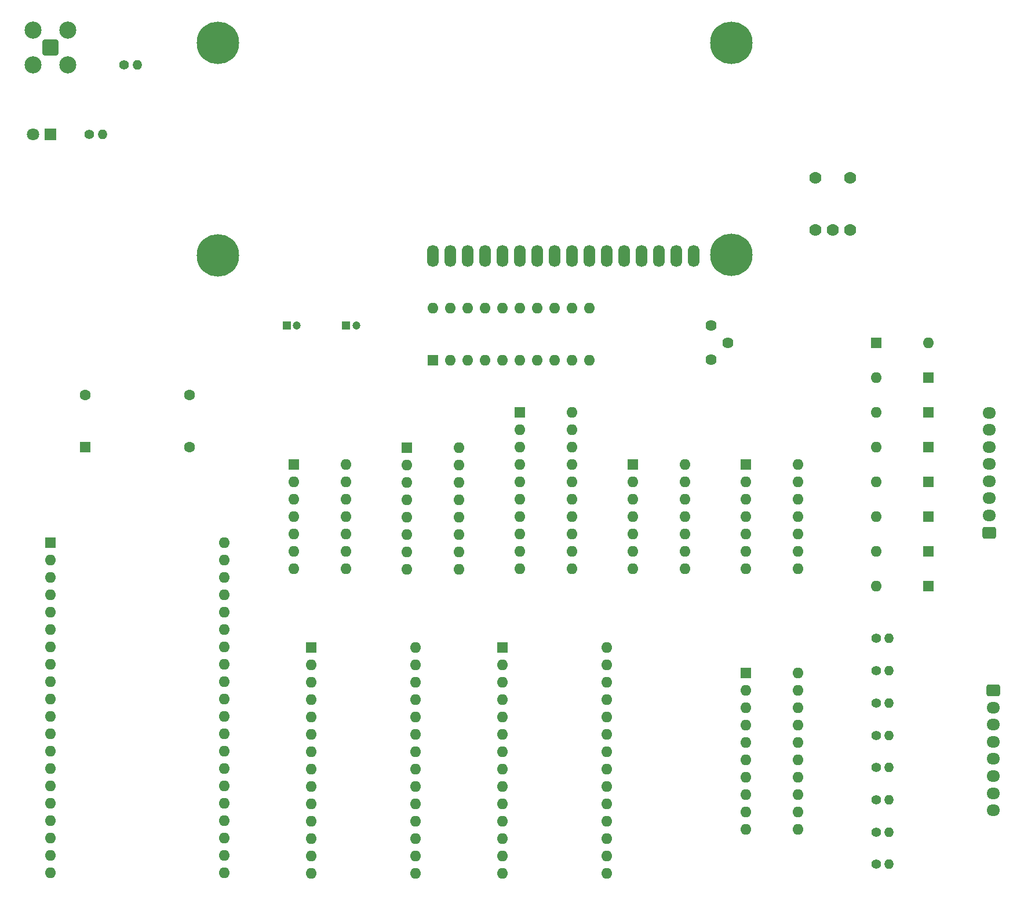
<source format=gbr>
%TF.GenerationSoftware,KiCad,Pcbnew,7.0.8*%
%TF.CreationDate,2023-11-04T10:41:29+00:00*%
%TF.ProjectId,Z80Computer,5a383043-6f6d-4707-9574-65722e6b6963,rev?*%
%TF.SameCoordinates,Original*%
%TF.FileFunction,Soldermask,Bot*%
%TF.FilePolarity,Negative*%
%FSLAX46Y46*%
G04 Gerber Fmt 4.6, Leading zero omitted, Abs format (unit mm)*
G04 Created by KiCad (PCBNEW 7.0.8) date 2023-11-04 10:41:29*
%MOMM*%
%LPD*%
G01*
G04 APERTURE LIST*
G04 Aperture macros list*
%AMRoundRect*
0 Rectangle with rounded corners*
0 $1 Rounding radius*
0 $2 $3 $4 $5 $6 $7 $8 $9 X,Y pos of 4 corners*
0 Add a 4 corners polygon primitive as box body*
4,1,4,$2,$3,$4,$5,$6,$7,$8,$9,$2,$3,0*
0 Add four circle primitives for the rounded corners*
1,1,$1+$1,$2,$3*
1,1,$1+$1,$4,$5*
1,1,$1+$1,$6,$7*
1,1,$1+$1,$8,$9*
0 Add four rect primitives between the rounded corners*
20,1,$1+$1,$2,$3,$4,$5,0*
20,1,$1+$1,$4,$5,$6,$7,0*
20,1,$1+$1,$6,$7,$8,$9,0*
20,1,$1+$1,$8,$9,$2,$3,0*%
G04 Aperture macros list end*
%ADD10R,1.600000X1.600000*%
%ADD11O,1.600000X1.600000*%
%ADD12C,1.620000*%
%ADD13C,1.400000*%
%ADD14O,1.400000X1.400000*%
%ADD15C,6.204000*%
%ADD16O,1.712000X3.220000*%
%ADD17RoundRect,0.200100X-0.949900X-0.949900X0.949900X-0.949900X0.949900X0.949900X-0.949900X0.949900X0*%
%ADD18C,2.500000*%
%ADD19C,1.778000*%
%ADD20C,1.600000*%
%ADD21RoundRect,0.250000X0.725000X-0.600000X0.725000X0.600000X-0.725000X0.600000X-0.725000X-0.600000X0*%
%ADD22O,1.950000X1.700000*%
%ADD23R,1.200000X1.200000*%
%ADD24C,1.200000*%
%ADD25R,1.800000X1.800000*%
%ADD26C,1.800000*%
%ADD27RoundRect,0.250000X-0.725000X0.600000X-0.725000X-0.600000X0.725000X-0.600000X0.725000X0.600000X0*%
G04 APERTURE END LIST*
D10*
%TO.C,U7*%
X157480000Y-99040000D03*
D11*
X157480000Y-101580000D03*
X157480000Y-104120000D03*
X157480000Y-106660000D03*
X157480000Y-109200000D03*
X157480000Y-111740000D03*
X157480000Y-114280000D03*
X165100000Y-114280000D03*
X165100000Y-111740000D03*
X165100000Y-109200000D03*
X165100000Y-106660000D03*
X165100000Y-104120000D03*
X165100000Y-101580000D03*
X165100000Y-99040000D03*
%TD*%
D10*
%TO.C,IC2_EEPROM1*%
X93980000Y-125745000D03*
D11*
X93980000Y-128285000D03*
X93980000Y-130825000D03*
X93980000Y-133365000D03*
X93980000Y-135905000D03*
X93980000Y-138445000D03*
X93980000Y-140985000D03*
X93980000Y-143525000D03*
X93980000Y-146065000D03*
X93980000Y-148605000D03*
X93980000Y-151145000D03*
X93980000Y-153685000D03*
X93980000Y-156225000D03*
X93980000Y-158765000D03*
X109220000Y-158765000D03*
X109220000Y-156225000D03*
X109220000Y-153685000D03*
X109220000Y-151145000D03*
X109220000Y-148605000D03*
X109220000Y-146065000D03*
X109220000Y-143525000D03*
X109220000Y-140985000D03*
X109220000Y-138445000D03*
X109220000Y-135905000D03*
X109220000Y-133365000D03*
X109220000Y-130825000D03*
X109220000Y-128285000D03*
X109220000Y-125745000D03*
%TD*%
D12*
%TO.C,RV1*%
X152400000Y-78740000D03*
X154900000Y-81240000D03*
X152400000Y-83740000D03*
%TD*%
D13*
%TO.C,R2*%
X176530000Y-157480000D03*
D14*
X178430000Y-157480000D03*
%TD*%
D10*
%TO.C,U3*%
X111760000Y-83820000D03*
D11*
X114300000Y-83820000D03*
X116840000Y-83820000D03*
X119380000Y-83820000D03*
X121920000Y-83820000D03*
X124460000Y-83820000D03*
X127000000Y-83820000D03*
X129540000Y-83820000D03*
X132080000Y-83820000D03*
X134620000Y-83820000D03*
X134620000Y-76200000D03*
X132080000Y-76200000D03*
X129540000Y-76200000D03*
X127000000Y-76200000D03*
X124460000Y-76200000D03*
X121920000Y-76200000D03*
X119380000Y-76200000D03*
X116840000Y-76200000D03*
X114300000Y-76200000D03*
X111760000Y-76200000D03*
%TD*%
D15*
%TO.C,DIS1*%
X155360000Y-68380000D03*
X80360000Y-68480000D03*
X155360000Y-37380000D03*
X80360000Y-37380000D03*
D16*
X149860000Y-68580000D03*
X147320000Y-68580000D03*
X144780000Y-68580000D03*
X142240000Y-68580000D03*
X139700000Y-68580000D03*
X137160000Y-68580000D03*
X134620000Y-68580000D03*
X132080000Y-68580000D03*
X129540000Y-68580000D03*
X127000000Y-68580000D03*
X124460000Y-68580000D03*
X121920000Y-68580000D03*
X119380000Y-68580000D03*
X116840000Y-68580000D03*
X114300000Y-68580000D03*
X111760000Y-68580000D03*
%TD*%
D13*
%TO.C,R7*%
X176530000Y-133894300D03*
D14*
X178430000Y-133894300D03*
%TD*%
D17*
%TO.C,J1*%
X55880000Y-38100000D03*
D18*
X53340000Y-35560000D03*
X53340000Y-40640000D03*
X58420000Y-35560000D03*
X58420000Y-40640000D03*
%TD*%
D13*
%TO.C,R5*%
X176530000Y-143328600D03*
D14*
X178430000Y-143328600D03*
%TD*%
D19*
%TO.C,SW1*%
X167640000Y-57150000D03*
X172720000Y-57150000D03*
X172720000Y-64770000D03*
X170180000Y-64770000D03*
X167640000Y-64770000D03*
%TD*%
D10*
%TO.C,X1*%
X60960000Y-96520000D03*
D20*
X76200000Y-96520000D03*
X76200000Y-88900000D03*
X60960000Y-88900000D03*
%TD*%
D13*
%TO.C,R1*%
X66680000Y-40640000D03*
D14*
X68580000Y-40640000D03*
%TD*%
D13*
%TO.C,R6*%
X176530000Y-138611400D03*
D14*
X178430000Y-138611400D03*
%TD*%
D10*
%TO.C,D1*%
X176530000Y-81280000D03*
D11*
X184150000Y-81280000D03*
%TD*%
D21*
%TO.C,J3*%
X193040000Y-108980000D03*
D22*
X193040000Y-106480000D03*
X193040000Y-103980000D03*
X193040000Y-101480000D03*
X193040000Y-98980000D03*
X193040000Y-96480000D03*
X193040000Y-93980000D03*
X193040000Y-91480000D03*
%TD*%
D10*
%TO.C,U2*%
X91440000Y-99040000D03*
D11*
X91440000Y-101580000D03*
X91440000Y-104120000D03*
X91440000Y-106660000D03*
X91440000Y-109200000D03*
X91440000Y-111740000D03*
X91440000Y-114280000D03*
X99060000Y-114280000D03*
X99060000Y-111740000D03*
X99060000Y-109200000D03*
X99060000Y-106660000D03*
X99060000Y-104120000D03*
X99060000Y-101580000D03*
X99060000Y-99040000D03*
%TD*%
D13*
%TO.C,R8*%
X176530000Y-129177100D03*
D14*
X178430000Y-129177100D03*
%TD*%
D13*
%TO.C,R3*%
X176530000Y-148045700D03*
D14*
X178430000Y-148045700D03*
%TD*%
D10*
%TO.C,D6*%
X184150000Y-106680000D03*
D11*
X176530000Y-106680000D03*
%TD*%
D10*
%TO.C,U5*%
X140970000Y-99040000D03*
D11*
X140970000Y-101580000D03*
X140970000Y-104120000D03*
X140970000Y-106660000D03*
X140970000Y-109200000D03*
X140970000Y-111740000D03*
X140970000Y-114280000D03*
X148590000Y-114280000D03*
X148590000Y-111740000D03*
X148590000Y-109200000D03*
X148590000Y-106660000D03*
X148590000Y-104120000D03*
X148590000Y-101580000D03*
X148590000Y-99040000D03*
%TD*%
D13*
%TO.C,R4*%
X176530000Y-152762900D03*
D14*
X178430000Y-152762900D03*
%TD*%
D13*
%TO.C,R9*%
X176530000Y-124460000D03*
D14*
X178430000Y-124460000D03*
%TD*%
D23*
%TO.C,C2*%
X99060000Y-78740000D03*
D24*
X100560000Y-78740000D03*
%TD*%
D10*
%TO.C,D4*%
X184150000Y-96520000D03*
D11*
X176530000Y-96520000D03*
%TD*%
D13*
%TO.C,R10*%
X61600000Y-50800000D03*
D14*
X63500000Y-50800000D03*
%TD*%
D25*
%TO.C,D9*%
X55880000Y-50800000D03*
D26*
X53340000Y-50800000D03*
%TD*%
D10*
%TO.C,D5*%
X184150000Y-101600000D03*
D11*
X176530000Y-101600000D03*
%TD*%
D10*
%TO.C,IC6_SRAM1*%
X121920000Y-125745000D03*
D11*
X121920000Y-128285000D03*
X121920000Y-130825000D03*
X121920000Y-133365000D03*
X121920000Y-135905000D03*
X121920000Y-138445000D03*
X121920000Y-140985000D03*
X121920000Y-143525000D03*
X121920000Y-146065000D03*
X121920000Y-148605000D03*
X121920000Y-151145000D03*
X121920000Y-153685000D03*
X121920000Y-156225000D03*
X121920000Y-158765000D03*
X137160000Y-158765000D03*
X137160000Y-156225000D03*
X137160000Y-153685000D03*
X137160000Y-151145000D03*
X137160000Y-148605000D03*
X137160000Y-146065000D03*
X137160000Y-143525000D03*
X137160000Y-140985000D03*
X137160000Y-138445000D03*
X137160000Y-135905000D03*
X137160000Y-133365000D03*
X137160000Y-130825000D03*
X137160000Y-128285000D03*
X137160000Y-125745000D03*
%TD*%
D10*
%TO.C,U1*%
X124460000Y-91440000D03*
D11*
X124460000Y-93980000D03*
X124460000Y-96520000D03*
X124460000Y-99060000D03*
X124460000Y-101600000D03*
X124460000Y-104140000D03*
X124460000Y-106680000D03*
X124460000Y-109220000D03*
X124460000Y-111760000D03*
X124460000Y-114300000D03*
X132080000Y-114300000D03*
X132080000Y-111760000D03*
X132080000Y-109220000D03*
X132080000Y-106680000D03*
X132080000Y-104140000D03*
X132080000Y-101600000D03*
X132080000Y-99060000D03*
X132080000Y-96520000D03*
X132080000Y-93980000D03*
X132080000Y-91440000D03*
%TD*%
D10*
%TO.C,D3*%
X184150000Y-91440000D03*
D11*
X176530000Y-91440000D03*
%TD*%
D23*
%TO.C,C1*%
X90400000Y-78740000D03*
D24*
X91900000Y-78740000D03*
%TD*%
D27*
%TO.C,J2*%
X193640000Y-132080000D03*
D22*
X193640000Y-134580000D03*
X193640000Y-137080000D03*
X193640000Y-139580000D03*
X193640000Y-142080000D03*
X193640000Y-144580000D03*
X193640000Y-147080000D03*
X193640000Y-149580000D03*
%TD*%
D10*
%TO.C,U6*%
X157480000Y-129540000D03*
D11*
X157480000Y-132080000D03*
X157480000Y-134620000D03*
X157480000Y-137160000D03*
X157480000Y-139700000D03*
X157480000Y-142240000D03*
X157480000Y-144780000D03*
X157480000Y-147320000D03*
X157480000Y-149860000D03*
X157480000Y-152400000D03*
X165100000Y-152400000D03*
X165100000Y-149860000D03*
X165100000Y-147320000D03*
X165100000Y-144780000D03*
X165100000Y-142240000D03*
X165100000Y-139700000D03*
X165100000Y-137160000D03*
X165100000Y-134620000D03*
X165100000Y-132080000D03*
X165100000Y-129540000D03*
%TD*%
D10*
%TO.C,IC1*%
X55905000Y-110495000D03*
D11*
X55905000Y-113035000D03*
X55905000Y-115575000D03*
X55905000Y-118115000D03*
X55905000Y-120655000D03*
X55905000Y-123195000D03*
X55905000Y-125735000D03*
X55905000Y-128275000D03*
X55905000Y-130815000D03*
X55905000Y-133355000D03*
X55905000Y-135895000D03*
X55905000Y-138435000D03*
X55905000Y-140975000D03*
X55905000Y-143515000D03*
X55905000Y-146055000D03*
X55905000Y-148595000D03*
X55905000Y-151135000D03*
X55905000Y-153675000D03*
X55905000Y-156215000D03*
X55905000Y-158755000D03*
X81305000Y-158755000D03*
X81305000Y-156215000D03*
X81305000Y-153675000D03*
X81305000Y-151135000D03*
X81305000Y-148595000D03*
X81305000Y-146055000D03*
X81305000Y-143515000D03*
X81305000Y-140975000D03*
X81305000Y-138435000D03*
X81305000Y-135895000D03*
X81305000Y-133355000D03*
X81305000Y-130815000D03*
X81305000Y-128275000D03*
X81305000Y-125735000D03*
X81305000Y-123195000D03*
X81305000Y-120655000D03*
X81305000Y-118115000D03*
X81305000Y-115575000D03*
X81305000Y-113035000D03*
X81305000Y-110495000D03*
%TD*%
D10*
%TO.C,U4*%
X107950000Y-96540000D03*
D11*
X107950000Y-99080000D03*
X107950000Y-101620000D03*
X107950000Y-104160000D03*
X107950000Y-106700000D03*
X107950000Y-109240000D03*
X107950000Y-111780000D03*
X107950000Y-114320000D03*
X115570000Y-114320000D03*
X115570000Y-111780000D03*
X115570000Y-109240000D03*
X115570000Y-106700000D03*
X115570000Y-104160000D03*
X115570000Y-101620000D03*
X115570000Y-99080000D03*
X115570000Y-96540000D03*
%TD*%
D10*
%TO.C,D8*%
X184150000Y-116840000D03*
D11*
X176530000Y-116840000D03*
%TD*%
D10*
%TO.C,D2*%
X184150000Y-86360000D03*
D11*
X176530000Y-86360000D03*
%TD*%
D10*
%TO.C,D7*%
X184150000Y-111760000D03*
D11*
X176530000Y-111760000D03*
%TD*%
M02*

</source>
